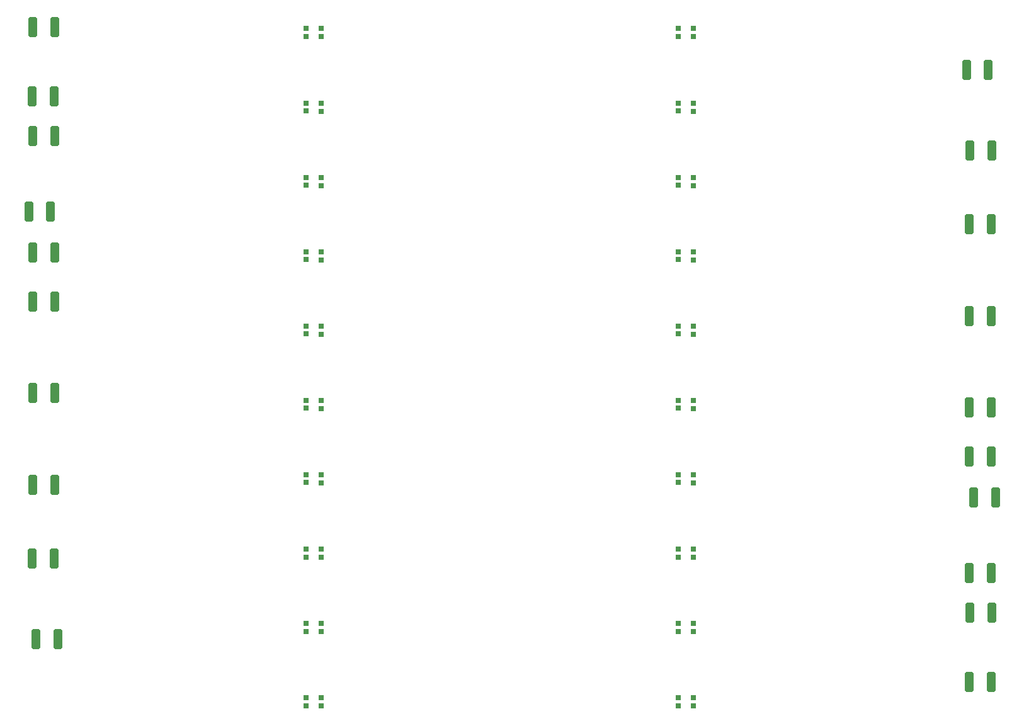
<source format=gbr>
%TF.GenerationSoftware,KiCad,Pcbnew,(6.0.8-1)-1*%
%TF.CreationDate,2023-06-16T18:58:08-04:00*%
%TF.ProjectId,Untitled,556e7469-746c-4656-942e-6b696361645f,rev?*%
%TF.SameCoordinates,Original*%
%TF.FileFunction,Paste,Top*%
%TF.FilePolarity,Positive*%
%FSLAX46Y46*%
G04 Gerber Fmt 4.6, Leading zero omitted, Abs format (unit mm)*
G04 Created by KiCad (PCBNEW (6.0.8-1)-1) date 2023-06-16 18:58:08*
%MOMM*%
%LPD*%
G01*
G04 APERTURE LIST*
G04 Aperture macros list*
%AMRoundRect*
0 Rectangle with rounded corners*
0 $1 Rounding radius*
0 $2 $3 $4 $5 $6 $7 $8 $9 X,Y pos of 4 corners*
0 Add a 4 corners polygon primitive as box body*
4,1,4,$2,$3,$4,$5,$6,$7,$8,$9,$2,$3,0*
0 Add four circle primitives for the rounded corners*
1,1,$1+$1,$2,$3*
1,1,$1+$1,$4,$5*
1,1,$1+$1,$6,$7*
1,1,$1+$1,$8,$9*
0 Add four rect primitives between the rounded corners*
20,1,$1+$1,$2,$3,$4,$5,0*
20,1,$1+$1,$4,$5,$6,$7,0*
20,1,$1+$1,$6,$7,$8,$9,0*
20,1,$1+$1,$8,$9,$2,$3,0*%
G04 Aperture macros list end*
%ADD10RoundRect,0.250000X0.325000X1.100000X-0.325000X1.100000X-0.325000X-1.100000X0.325000X-1.100000X0*%
%ADD11R,0.700000X0.700000*%
%ADD12RoundRect,0.250000X-0.325000X-1.100000X0.325000X-1.100000X0.325000X1.100000X-0.325000X1.100000X0*%
G04 APERTURE END LIST*
D10*
%TO.C,10 nF*%
X193567500Y-52792500D03*
X190617500Y-52792500D03*
%TD*%
%TO.C,10 nF*%
X193067500Y-41892500D03*
X190117500Y-41892500D03*
%TD*%
%TO.C,10 nF*%
X194042500Y-99392500D03*
X191092500Y-99392500D03*
%TD*%
%TO.C,10 nF*%
X193567500Y-114892500D03*
X190617500Y-114892500D03*
%TD*%
%TO.C,10 nF*%
X193467500Y-62701549D03*
X190517500Y-62701549D03*
%TD*%
%TO.C,10 nF*%
X193467500Y-87319643D03*
X190517500Y-87319643D03*
%TD*%
%TO.C,10 nF*%
X193467500Y-124246784D03*
X190517500Y-124246784D03*
%TD*%
%TO.C,10 nF*%
X193467500Y-75010596D03*
X190517500Y-75010596D03*
%TD*%
%TO.C,10 nF*%
X193467500Y-93892500D03*
X190517500Y-93892500D03*
%TD*%
%TO.C,10 nF*%
X193467500Y-109592500D03*
X190517500Y-109592500D03*
%TD*%
D11*
%TO.C,REF\u002A\u002A*%
X153382500Y-106370000D03*
X151357500Y-106370000D03*
X151357500Y-107420000D03*
X153382500Y-107470000D03*
%TD*%
%TO.C,REF\u002A\u002A*%
X153382500Y-126370000D03*
X151357500Y-126370000D03*
X151357500Y-127420000D03*
X153382500Y-127470000D03*
%TD*%
%TO.C,REF\u002A\u002A*%
X153382500Y-116370000D03*
X151357500Y-116370000D03*
X151357500Y-117420000D03*
X153382500Y-117470000D03*
%TD*%
%TO.C,REF\u002A\u002A*%
X153382500Y-56370000D03*
X151357500Y-56370000D03*
X151357500Y-57420000D03*
X153382500Y-57470000D03*
%TD*%
%TO.C,REF\u002A\u002A*%
X153382500Y-46370000D03*
X151357500Y-46370000D03*
X151357500Y-47420000D03*
X153382500Y-47470000D03*
%TD*%
%TO.C,REF\u002A\u002A*%
X153382500Y-36370000D03*
X151357500Y-36370000D03*
X151357500Y-37420000D03*
X153382500Y-37470000D03*
%TD*%
%TO.C,REF\u002A\u002A*%
X153382500Y-96370000D03*
X151357500Y-96370000D03*
X151357500Y-97420000D03*
X153382500Y-97470000D03*
%TD*%
%TO.C,REF\u002A\u002A*%
X153382500Y-86370000D03*
X151357500Y-86370000D03*
X151357500Y-87420000D03*
X153382500Y-87470000D03*
%TD*%
%TO.C,REF\u002A\u002A*%
X153382500Y-76370000D03*
X151357500Y-76370000D03*
X151357500Y-77420000D03*
X153382500Y-77470000D03*
%TD*%
%TO.C,REF\u002A\u002A*%
X153382500Y-66370000D03*
X151357500Y-66370000D03*
X151357500Y-67420000D03*
X153382500Y-67470000D03*
%TD*%
%TO.C,REF\u002A\u002A*%
X103382500Y-127470000D03*
X101357500Y-127420000D03*
X101357500Y-126370000D03*
X103382500Y-126370000D03*
%TD*%
%TO.C,REF\u002A\u002A*%
X103382500Y-117470000D03*
X101357500Y-117420000D03*
X101357500Y-116370000D03*
X103382500Y-116370000D03*
%TD*%
%TO.C,REF\u002A\u002A*%
X103382500Y-107470000D03*
X101357500Y-107420000D03*
X101357500Y-106370000D03*
X103382500Y-106370000D03*
%TD*%
%TO.C,REF\u002A\u002A*%
X103382500Y-37470000D03*
X101357500Y-37420000D03*
X101357500Y-36370000D03*
X103382500Y-36370000D03*
%TD*%
%TO.C,REF\u002A\u002A*%
X103382500Y-87470000D03*
X101357500Y-87420000D03*
X101357500Y-86370000D03*
X103382500Y-86370000D03*
%TD*%
%TO.C,REF\u002A\u002A*%
X103382500Y-77470000D03*
X101357500Y-77420000D03*
X101357500Y-76370000D03*
X103382500Y-76370000D03*
%TD*%
%TO.C,REF\u002A\u002A*%
X103382500Y-67470000D03*
X101357500Y-67420000D03*
X101357500Y-66370000D03*
X103382500Y-66370000D03*
%TD*%
%TO.C,REF\u002A\u002A*%
X103382500Y-97470000D03*
X101357500Y-97420000D03*
X101357500Y-96370000D03*
X103382500Y-96370000D03*
%TD*%
%TO.C,REF\u002A\u002A*%
X103382500Y-47470000D03*
X101357500Y-47420000D03*
X101357500Y-46370000D03*
X103382500Y-46370000D03*
%TD*%
%TO.C,REF\u002A\u002A*%
X103382500Y-57470000D03*
X101357500Y-57420000D03*
X101357500Y-56370000D03*
X103382500Y-56370000D03*
%TD*%
D12*
%TO.C,10 nF*%
X67975000Y-118500000D03*
X65025000Y-118500000D03*
%TD*%
%TO.C,10 nF*%
X67000000Y-61000000D03*
X64050000Y-61000000D03*
%TD*%
%TO.C,10 nF*%
X67475000Y-45500000D03*
X64525000Y-45500000D03*
%TD*%
%TO.C,10 nF*%
X67475000Y-107600000D03*
X64525000Y-107600000D03*
%TD*%
%TO.C,10 nF*%
X67575000Y-36145716D03*
X64625000Y-36145716D03*
%TD*%
%TO.C,10 nF*%
X67575000Y-73072857D03*
X64625000Y-73072857D03*
%TD*%
%TO.C,10 nF*%
X67575000Y-66500000D03*
X64625000Y-66500000D03*
%TD*%
%TO.C,10 nF*%
X67575000Y-50800000D03*
X64625000Y-50800000D03*
%TD*%
%TO.C,10 nF*%
X67575000Y-85381904D03*
X64625000Y-85381904D03*
%TD*%
%TO.C,10 nF*%
X67575000Y-97690951D03*
X64625000Y-97690951D03*
%TD*%
M02*

</source>
